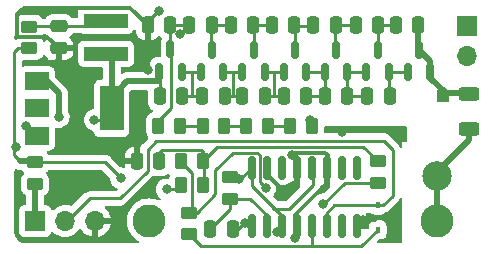
<source format=gtl>
G04 #@! TF.GenerationSoftware,KiCad,Pcbnew,5.99.0-unknown-5a0a2a8366~101~ubuntu20.04.1*
G04 #@! TF.CreationDate,2021-02-21T23:03:28+09:00*
G04 #@! TF.ProjectId,OpenHVPS-5,4f70656e-4856-4505-932d-352e6b696361,V1.1*
G04 #@! TF.SameCoordinates,Original*
G04 #@! TF.FileFunction,Copper,L1,Top*
G04 #@! TF.FilePolarity,Positive*
%FSLAX46Y46*%
G04 Gerber Fmt 4.6, Leading zero omitted, Abs format (unit mm)*
G04 Created by KiCad (PCBNEW 5.99.0-unknown-5a0a2a8366~101~ubuntu20.04.1) date 2021-02-21 23:03:28*
%MOMM*%
%LPD*%
G01*
G04 APERTURE LIST*
G04 Aperture macros list*
%AMRoundRect*
0 Rectangle with rounded corners*
0 $1 Rounding radius*
0 $2 $3 $4 $5 $6 $7 $8 $9 X,Y pos of 4 corners*
0 Add a 4 corners polygon primitive as box body*
4,1,4,$2,$3,$4,$5,$6,$7,$8,$9,$2,$3,0*
0 Add four circle primitives for the rounded corners*
1,1,$1+$1,$2,$3*
1,1,$1+$1,$4,$5*
1,1,$1+$1,$6,$7*
1,1,$1+$1,$8,$9*
0 Add four rect primitives between the rounded corners*
20,1,$1+$1,$2,$3,$4,$5,0*
20,1,$1+$1,$4,$5,$6,$7,0*
20,1,$1+$1,$6,$7,$8,$9,0*
20,1,$1+$1,$8,$9,$2,$3,0*%
G04 Aperture macros list end*
G04 #@! TA.AperFunction,SMDPad,CuDef*
%ADD10RoundRect,0.250000X0.450000X-0.262500X0.450000X0.262500X-0.450000X0.262500X-0.450000X-0.262500X0*%
G04 #@! TD*
G04 #@! TA.AperFunction,ComponentPad*
%ADD11R,1.700000X1.700000*%
G04 #@! TD*
G04 #@! TA.AperFunction,ComponentPad*
%ADD12O,1.700000X1.700000*%
G04 #@! TD*
G04 #@! TA.AperFunction,SMDPad,CuDef*
%ADD13RoundRect,0.250000X-0.250000X-0.475000X0.250000X-0.475000X0.250000X0.475000X-0.250000X0.475000X0*%
G04 #@! TD*
G04 #@! TA.AperFunction,ComponentPad*
%ADD14C,2.500000*%
G04 #@! TD*
G04 #@! TA.AperFunction,ComponentPad*
%ADD15C,2.800000*%
G04 #@! TD*
G04 #@! TA.AperFunction,SMDPad,CuDef*
%ADD16RoundRect,0.150000X0.150000X-0.587500X0.150000X0.587500X-0.150000X0.587500X-0.150000X-0.587500X0*%
G04 #@! TD*
G04 #@! TA.AperFunction,SMDPad,CuDef*
%ADD17RoundRect,0.250000X-0.450000X0.262500X-0.450000X-0.262500X0.450000X-0.262500X0.450000X0.262500X0*%
G04 #@! TD*
G04 #@! TA.AperFunction,SMDPad,CuDef*
%ADD18RoundRect,0.250000X0.262500X0.450000X-0.262500X0.450000X-0.262500X-0.450000X0.262500X-0.450000X0*%
G04 #@! TD*
G04 #@! TA.AperFunction,SMDPad,CuDef*
%ADD19RoundRect,0.250000X-0.475000X0.250000X-0.475000X-0.250000X0.475000X-0.250000X0.475000X0.250000X0*%
G04 #@! TD*
G04 #@! TA.AperFunction,SMDPad,CuDef*
%ADD20RoundRect,0.250000X-0.625000X0.312500X-0.625000X-0.312500X0.625000X-0.312500X0.625000X0.312500X0*%
G04 #@! TD*
G04 #@! TA.AperFunction,SMDPad,CuDef*
%ADD21R,3.700000X1.200000*%
G04 #@! TD*
G04 #@! TA.AperFunction,SMDPad,CuDef*
%ADD22RoundRect,0.250000X-0.262500X-0.450000X0.262500X-0.450000X0.262500X0.450000X-0.262500X0.450000X0*%
G04 #@! TD*
G04 #@! TA.AperFunction,SMDPad,CuDef*
%ADD23RoundRect,0.150000X0.150000X-0.825000X0.150000X0.825000X-0.150000X0.825000X-0.150000X-0.825000X0*%
G04 #@! TD*
G04 #@! TA.AperFunction,SMDPad,CuDef*
%ADD24R,2.000000X1.500000*%
G04 #@! TD*
G04 #@! TA.AperFunction,SMDPad,CuDef*
%ADD25R,2.000000X3.800000*%
G04 #@! TD*
G04 #@! TA.AperFunction,SMDPad,CuDef*
%ADD26R,0.450000X0.600000*%
G04 #@! TD*
G04 #@! TA.AperFunction,SMDPad,CuDef*
%ADD27R,1.000000X1.000000*%
G04 #@! TD*
G04 #@! TA.AperFunction,SMDPad,CuDef*
%ADD28RoundRect,0.250000X0.250000X0.475000X-0.250000X0.475000X-0.250000X-0.475000X0.250000X-0.475000X0*%
G04 #@! TD*
G04 #@! TA.AperFunction,ViaPad*
%ADD29C,0.800000*%
G04 #@! TD*
G04 #@! TA.AperFunction,Conductor*
%ADD30C,0.250000*%
G04 #@! TD*
G04 #@! TA.AperFunction,Conductor*
%ADD31C,0.330200*%
G04 #@! TD*
G04 #@! TA.AperFunction,Conductor*
%ADD32C,0.500000*%
G04 #@! TD*
G04 APERTURE END LIST*
D10*
X128500000Y-72413500D03*
X128500000Y-70588500D03*
D11*
X165100000Y-59055000D03*
D12*
X165100000Y-61595000D03*
D13*
X145050000Y-59000000D03*
X146950000Y-59000000D03*
D14*
X162560000Y-71755000D03*
D15*
X162560000Y-75565000D03*
D16*
X156550000Y-62937500D03*
X158450000Y-62937500D03*
X157500000Y-61062500D03*
X142550000Y-62937500D03*
X144450000Y-62937500D03*
X143500000Y-61062500D03*
D17*
X157520000Y-70520000D03*
X157520000Y-72345000D03*
D13*
X152050000Y-59000000D03*
X153950000Y-59000000D03*
D16*
X139004000Y-62913500D03*
X140904000Y-62913500D03*
X139954000Y-61038500D03*
D18*
X148182500Y-67520000D03*
X146357500Y-67520000D03*
D13*
X148550000Y-59000000D03*
X150450000Y-59000000D03*
D18*
X151932500Y-67520000D03*
X150107500Y-67520000D03*
D17*
X145020000Y-71857500D03*
X145020000Y-73682500D03*
D16*
X149550000Y-62937500D03*
X151450000Y-62937500D03*
X150500000Y-61062500D03*
D15*
X138176000Y-75565000D03*
D16*
X153050000Y-62937500D03*
X154950000Y-62937500D03*
X154000000Y-61062500D03*
D19*
X130500000Y-59050000D03*
X130500000Y-60950000D03*
D13*
X153050000Y-65000000D03*
X154950000Y-65000000D03*
D11*
X128500000Y-75565000D03*
D12*
X131040000Y-75565000D03*
X133580000Y-75565000D03*
D20*
X165250000Y-64857500D03*
X165250000Y-67782500D03*
D13*
X138050000Y-59000000D03*
X139950000Y-59000000D03*
D18*
X142682500Y-72520000D03*
X140857500Y-72520000D03*
D13*
X139050000Y-65000000D03*
X140950000Y-65000000D03*
X149550000Y-65000000D03*
X151450000Y-65000000D03*
X146050000Y-65000000D03*
X147950000Y-65000000D03*
D21*
X134500000Y-58600000D03*
X134500000Y-61400000D03*
D10*
X141520000Y-76682500D03*
X141520000Y-74857500D03*
D22*
X138945500Y-67520000D03*
X140770500Y-67520000D03*
D13*
X156638000Y-65000000D03*
X158538000Y-65000000D03*
D10*
X128020000Y-60932500D03*
X128020000Y-59107500D03*
D18*
X144520500Y-67520000D03*
X142695500Y-67520000D03*
D13*
X155638000Y-59000000D03*
X157538000Y-59000000D03*
D18*
X142682500Y-70520000D03*
X140857500Y-70520000D03*
D13*
X142638000Y-65000000D03*
X144538000Y-65000000D03*
D23*
X146825000Y-75995000D03*
X148095000Y-75995000D03*
X149365000Y-75995000D03*
X150635000Y-75995000D03*
X151905000Y-75995000D03*
X153175000Y-75995000D03*
X154445000Y-75995000D03*
X155715000Y-75995000D03*
X155715000Y-71045000D03*
X154445000Y-71045000D03*
X153175000Y-71045000D03*
X151905000Y-71045000D03*
X150635000Y-71045000D03*
X149365000Y-71045000D03*
X148095000Y-71045000D03*
X146825000Y-71045000D03*
D24*
X128676000Y-63740000D03*
X128676000Y-68340000D03*
D25*
X134976000Y-66040000D03*
D24*
X128676000Y-66040000D03*
D16*
X160050000Y-62937500D03*
X161950000Y-62937500D03*
X161000000Y-61062500D03*
D26*
X157520000Y-76320000D03*
X157520000Y-74220000D03*
D27*
X163020000Y-65020000D03*
D28*
X139020000Y-70520000D03*
X137120000Y-70520000D03*
D13*
X159050000Y-59000000D03*
X160950000Y-59000000D03*
X141550000Y-59000000D03*
X143450000Y-59000000D03*
D16*
X146050000Y-62937500D03*
X147950000Y-62937500D03*
X147000000Y-61062500D03*
D13*
X143320000Y-76270000D03*
X145220000Y-76270000D03*
D29*
X154500000Y-68000000D03*
X146270000Y-75770000D03*
X150270000Y-70020000D03*
X150520000Y-77020000D03*
X132770000Y-72770000D03*
X138020000Y-62770000D03*
X156270000Y-75520000D03*
X150368200Y-72621800D03*
X135770000Y-70520000D03*
X130270000Y-62270000D03*
X139020000Y-57770000D03*
X133520000Y-67020000D03*
X140750000Y-59750000D03*
X139634500Y-72883000D03*
X135764700Y-71941100D03*
X126920900Y-69342400D03*
X148020000Y-72770000D03*
X130520000Y-66770000D03*
X151770000Y-67020000D03*
X149020000Y-76520000D03*
X145770000Y-72020000D03*
X152919800Y-74131600D03*
X127770000Y-67520000D03*
D30*
X143320000Y-76270000D02*
X145020000Y-74570000D01*
X148095000Y-75095000D02*
X146682500Y-73682500D01*
X148095000Y-76695000D02*
X148095000Y-75995000D01*
X145020000Y-74570000D02*
X145020000Y-73682500D01*
X148095000Y-75995000D02*
X148095000Y-75095000D01*
X146682500Y-73682500D02*
X145020000Y-73682500D01*
D31*
X138050000Y-59000000D02*
X136550000Y-57500000D01*
X153020000Y-69770000D02*
X153270000Y-70020000D01*
X150520000Y-75020000D02*
X150520000Y-75880000D01*
X153175000Y-71045000D02*
X153175000Y-72365000D01*
D32*
X130500000Y-62040000D02*
X130270000Y-62270000D01*
D31*
X153175000Y-72365000D02*
X150520000Y-75020000D01*
X149970000Y-73020000D02*
X150368200Y-72621800D01*
X127000000Y-58040000D02*
X127000000Y-60000000D01*
X153270000Y-70950000D02*
X153175000Y-71045000D01*
X127000000Y-60000000D02*
X129550000Y-60000000D01*
X148095000Y-71045000D02*
X148095000Y-71595000D01*
D32*
X130500000Y-60950000D02*
X130500000Y-62040000D01*
D31*
X155795000Y-75995000D02*
X155715000Y-75995000D01*
X146825000Y-76467000D02*
X146825000Y-75995000D01*
X146495000Y-75995000D02*
X146825000Y-75995000D01*
X156270000Y-75520000D02*
X155795000Y-75995000D01*
X153270000Y-70020000D02*
X153270000Y-70950000D01*
X135770000Y-70520000D02*
X137120000Y-70520000D01*
X138020000Y-59030000D02*
X138050000Y-59000000D01*
X150635000Y-70135000D02*
X150635000Y-71045000D01*
X145770000Y-76270000D02*
X146270000Y-75770000D01*
X146270000Y-75770000D02*
X146495000Y-75995000D01*
X150520000Y-75880000D02*
X150635000Y-75995000D01*
X150270000Y-69770000D02*
X153020000Y-69770000D01*
X148095000Y-71595000D02*
X149520000Y-73020000D01*
X157270000Y-75520000D02*
X156270000Y-75520000D01*
X150270000Y-69770000D02*
X150635000Y-70135000D01*
X138050000Y-58740000D02*
X139020000Y-57770000D01*
X127540000Y-57500000D02*
X127000000Y-58040000D01*
X136550000Y-57500000D02*
X127540000Y-57500000D01*
X138020000Y-62770000D02*
X138020000Y-59030000D01*
X138050000Y-59000000D02*
X138050000Y-58740000D01*
X145220000Y-76270000D02*
X145770000Y-76270000D01*
X149520000Y-73020000D02*
X149970000Y-73020000D01*
X129550000Y-60000000D02*
X130500000Y-60950000D01*
D30*
X130462000Y-59087500D02*
X130500000Y-59050000D01*
X130500000Y-59050000D02*
X134050000Y-59050000D01*
X128000000Y-59087500D02*
X130462000Y-59087500D01*
X134050000Y-59050000D02*
X134500000Y-58600000D01*
D32*
X134976000Y-64064000D02*
X134976000Y-61876000D01*
D30*
X134568000Y-61468000D02*
X134500000Y-61400000D01*
X139050000Y-64030000D02*
X139050000Y-65000000D01*
X139088000Y-63656000D02*
X139088000Y-63992000D01*
D32*
X134976000Y-66040000D02*
X134976000Y-64064000D01*
D30*
X134500000Y-61400000D02*
X134609000Y-61400000D01*
X138873000Y-63726000D02*
X138943000Y-63656000D01*
D32*
X136314000Y-63726000D02*
X134976000Y-65064000D01*
D30*
X133996000Y-67020000D02*
X134976000Y-66040000D01*
X133400000Y-61400000D02*
X134500000Y-61400000D01*
X134976000Y-64064000D02*
X134976000Y-66040000D01*
D32*
X138873000Y-63726000D02*
X136314000Y-63726000D01*
D30*
X139088000Y-63992000D02*
X139050000Y-64030000D01*
X133520000Y-67020000D02*
X133996000Y-67020000D01*
X139004000Y-63595400D02*
X139004000Y-62913500D01*
X138943000Y-63656000D02*
X139088000Y-63656000D01*
X139088000Y-63992000D02*
X139088000Y-64328000D01*
X138943000Y-63656000D02*
X139004000Y-63595400D01*
X134568000Y-61468000D02*
X134500000Y-61400000D01*
X134976000Y-61876000D02*
X134568000Y-61468000D01*
D32*
X134976000Y-65064000D02*
X134976000Y-66040000D01*
D30*
X141569000Y-59000000D02*
X141588000Y-59000000D01*
X141540000Y-59000000D02*
X141550000Y-59000000D01*
X140770000Y-59770000D02*
X141540000Y-59000000D01*
X141550000Y-59000000D02*
X141569000Y-59000000D01*
X140020000Y-61104500D02*
X139954000Y-61038500D01*
X138945000Y-67307500D02*
X138945000Y-67095000D01*
X138945000Y-67307500D02*
X138945500Y-67308000D01*
X138945000Y-67520000D02*
X138945000Y-67307500D01*
X139912000Y-59000000D02*
X139950000Y-59000000D01*
X138945000Y-67095000D02*
X140020000Y-66020000D01*
X138945500Y-67308000D02*
X138945500Y-67520000D01*
X139950000Y-59000000D02*
X141550000Y-59000000D01*
X139954000Y-60579600D02*
X139912000Y-60537600D01*
X141588000Y-59000000D02*
X141863000Y-59000000D01*
X140020000Y-66020000D02*
X140020000Y-61104500D01*
X141750000Y-59200000D02*
X141550000Y-59000000D01*
X139912000Y-60537600D02*
X139912000Y-59000000D01*
X139954000Y-61038500D02*
X139954000Y-60579600D01*
X141756000Y-65000000D02*
X141810000Y-64945500D01*
X141810000Y-62913500D02*
X142526000Y-62913500D01*
X142676000Y-65000000D02*
X142638000Y-65000000D01*
X141810000Y-64945500D02*
X141810000Y-62913500D01*
X142628000Y-62859000D02*
X142550000Y-62937500D01*
X142638000Y-65000000D02*
X141756000Y-65000000D01*
X140950000Y-65000000D02*
X140912000Y-65000000D01*
X141756000Y-65000000D02*
X140950000Y-65000000D01*
X140904000Y-62913500D02*
X141810000Y-62913500D01*
X142526000Y-62913500D02*
X142550000Y-62937500D01*
X145294000Y-65000000D02*
X146050000Y-65000000D01*
X146050000Y-65000000D02*
X146088000Y-65000000D01*
X144500000Y-65000000D02*
X144538000Y-65000000D01*
X146050000Y-62937500D02*
X145294000Y-62937500D01*
X144538000Y-65000000D02*
X145294000Y-65000000D01*
X145294000Y-65000000D02*
X145294000Y-62937500D01*
X145294000Y-62937500D02*
X144450000Y-62937500D01*
X155638000Y-59000000D02*
X155676000Y-59000000D01*
X154000000Y-61062500D02*
X153912000Y-60975000D01*
X153912000Y-60975000D02*
X153912000Y-59000000D01*
X153912000Y-59000000D02*
X153950000Y-59000000D01*
X153950000Y-59000000D02*
X155638000Y-59000000D01*
X148750000Y-65000000D02*
X149550000Y-65000000D01*
X147950000Y-62937500D02*
X148750000Y-62937500D01*
X148750000Y-62937500D02*
X149550000Y-62937500D01*
X147950000Y-65000000D02*
X148750000Y-65000000D01*
X147912000Y-65000000D02*
X147950000Y-65000000D01*
X149550000Y-65000000D02*
X149588000Y-65000000D01*
X148750000Y-65000000D02*
X148750000Y-62937500D01*
X150450000Y-59000000D02*
X150500000Y-59050000D01*
X152000000Y-59087500D02*
X152068900Y-59019100D01*
X152068900Y-59019100D02*
X152088000Y-59000200D01*
X152050000Y-59000000D02*
X152068900Y-59018900D01*
X150500000Y-61062500D02*
X150500000Y-59087500D01*
X150500000Y-59087500D02*
X152000000Y-59087500D01*
X152068900Y-59018900D02*
X152068900Y-59019100D01*
X150500000Y-59050000D02*
X150500000Y-59087500D01*
X157538000Y-59000000D02*
X157500000Y-59000000D01*
X157500000Y-59000000D02*
X157500000Y-61062500D01*
X159088000Y-59000000D02*
X159050000Y-59000000D01*
X159050000Y-59000000D02*
X157538000Y-59000000D01*
X160050000Y-62937500D02*
X158450000Y-62937500D01*
X158538000Y-65000000D02*
X158500000Y-65000000D01*
X158450000Y-64949500D02*
X158450000Y-62937500D01*
X158500000Y-65000000D02*
X158450000Y-64949500D01*
X161000000Y-59956200D02*
X161000000Y-59087500D01*
X164858000Y-65250000D02*
X165250000Y-64857500D01*
D32*
X161950000Y-63450000D02*
X161950000Y-62937500D01*
D30*
X165142000Y-64750000D02*
X165250000Y-64857500D01*
D32*
X161614000Y-61676200D02*
X161000000Y-61062500D01*
D30*
X161000000Y-59087500D02*
X160912000Y-59000200D01*
D32*
X161950000Y-62012500D02*
X161614000Y-61676200D01*
X161950000Y-62937500D02*
X161950000Y-62012500D01*
X161614000Y-61676200D02*
X160950000Y-61012500D01*
D30*
X162000000Y-62887500D02*
X161950000Y-62937500D01*
X160950000Y-60006200D02*
X161000000Y-59956200D01*
D32*
X160950000Y-61012500D02*
X160950000Y-60006200D01*
X160950000Y-60006200D02*
X160950000Y-59000000D01*
D30*
X160950000Y-61012500D02*
X161000000Y-61062500D01*
D32*
X165142000Y-64750000D02*
X163250000Y-64750000D01*
X163250000Y-64750000D02*
X161950000Y-63450000D01*
D30*
X143450000Y-59000000D02*
X145050000Y-59000000D01*
X143412000Y-60975000D02*
X143412000Y-59000000D01*
X145050000Y-59000000D02*
X145088000Y-59000000D01*
X143500000Y-61062500D02*
X143412000Y-60975000D01*
X143412000Y-59000000D02*
X143450000Y-59000000D01*
X151450000Y-65000000D02*
X153050000Y-65000000D01*
X153050000Y-65000000D02*
X153088000Y-65000000D01*
X153050000Y-65000000D02*
X153050000Y-62937500D01*
X153050000Y-62937500D02*
X151450000Y-62937500D01*
X151412000Y-65000000D02*
X151450000Y-65000000D01*
X126756000Y-69342400D02*
X126756000Y-61244000D01*
X126756000Y-61244000D02*
X127088000Y-60912500D01*
X134412100Y-70588500D02*
X128500000Y-70588500D01*
X128000000Y-60912500D02*
X127391000Y-60912500D01*
D32*
X127250000Y-70500000D02*
X128412000Y-70500000D01*
D30*
X128499000Y-70587500D02*
X128500000Y-70588500D01*
X127088000Y-60912500D02*
X127391000Y-60912500D01*
X127250000Y-70500000D02*
X126756000Y-70006000D01*
X126756000Y-70006000D02*
X126756000Y-69342400D01*
X128151000Y-70587500D02*
X128499000Y-70587500D01*
X128500000Y-70587500D02*
X128412000Y-70500000D01*
X126920900Y-69342400D02*
X126756000Y-69342400D01*
X135764700Y-71941100D02*
X134412100Y-70588500D01*
X140582500Y-72883000D02*
X140945500Y-72520000D01*
X128499000Y-70587500D02*
X128500000Y-70587500D01*
X127391000Y-60912500D02*
X128000000Y-60912500D01*
X139634500Y-72883000D02*
X140582500Y-72883000D01*
X143770000Y-71270000D02*
X145270000Y-69770000D01*
X141770000Y-71520000D02*
X141770000Y-74607500D01*
X142182500Y-74857500D02*
X143770000Y-73270000D01*
X147270000Y-69770000D02*
X147520000Y-70020000D01*
X141770000Y-74607500D02*
X141520000Y-74857500D01*
X140857500Y-70520000D02*
X140857500Y-70607500D01*
X147520000Y-70020000D02*
X147520000Y-72270000D01*
X143770000Y-73270000D02*
X143770000Y-71270000D01*
X147520000Y-72270000D02*
X148020000Y-72770000D01*
X140857500Y-70607500D02*
X141770000Y-71520000D01*
X145270000Y-69770000D02*
X147270000Y-69770000D01*
X147000000Y-61062500D02*
X147000000Y-59087500D01*
X147088000Y-59000000D02*
X147000000Y-59087500D01*
X147000000Y-59087500D02*
X146931100Y-59019100D01*
X146931100Y-59019100D02*
X146912000Y-59000200D01*
X148588000Y-59000000D02*
X148550000Y-59000000D01*
X146950000Y-59000000D02*
X146931100Y-59018900D01*
X148550000Y-59000000D02*
X147088000Y-59000000D01*
X146931100Y-59018900D02*
X146931100Y-59019100D01*
X128777000Y-63740000D02*
X128676000Y-63740000D01*
X129490000Y-63740000D02*
X128777000Y-63740000D01*
D32*
X130520000Y-64770000D02*
X129490000Y-63740000D01*
X130520000Y-66770000D02*
X130520000Y-64770000D01*
D30*
X128777000Y-63740000D02*
X128676000Y-63740000D01*
X151905000Y-77155000D02*
X151905000Y-75995000D01*
X151974000Y-77724000D02*
X142561500Y-77724000D01*
X156116000Y-77724000D02*
X155974000Y-77724000D01*
X142561500Y-77724000D02*
X141520000Y-76682500D01*
X151905000Y-77655000D02*
X151974000Y-77724000D01*
X155974000Y-77724000D02*
X151974000Y-77724000D01*
X151905000Y-75995000D02*
X151905000Y-77655000D01*
X157520000Y-76320000D02*
X156116000Y-77724000D01*
D32*
X162560000Y-71755000D02*
X162560000Y-75565000D01*
X165250000Y-68742500D02*
X162560000Y-71432500D01*
X165250000Y-67782500D02*
X165250000Y-68742500D01*
D30*
X162560000Y-71432500D02*
X162560000Y-71755000D01*
X156676000Y-65000000D02*
X156638000Y-65000000D01*
X154950000Y-62937500D02*
X156550000Y-62937500D01*
X156638000Y-65000000D02*
X154950000Y-65000000D01*
X154950000Y-65000000D02*
X154912000Y-65000000D01*
X154950000Y-65000000D02*
X154950000Y-62937500D01*
X144520000Y-67520000D02*
X144520500Y-67520000D01*
X144520500Y-67520000D02*
X146357500Y-67520000D01*
X146357500Y-67520000D02*
X146358000Y-67520000D01*
X143932000Y-69270000D02*
X142682000Y-70520000D01*
X139020000Y-70520000D02*
X139020000Y-69770000D01*
X157520000Y-70520000D02*
X156270000Y-69270000D01*
X142682000Y-70520000D02*
X142682300Y-70520200D01*
X142770000Y-70432500D02*
X142682500Y-70520000D01*
X142770000Y-70607500D02*
X142770000Y-71476000D01*
X142770000Y-71563700D02*
X142770000Y-72520000D01*
X142520000Y-69520000D02*
X142770000Y-69770000D01*
X156270000Y-69270000D02*
X143932000Y-69270000D01*
X139020000Y-69770000D02*
X139270000Y-69520000D01*
X142682300Y-70520200D02*
X142770000Y-70607500D01*
X142682500Y-70520000D02*
X142682300Y-70520200D01*
X142770000Y-69770000D02*
X142770000Y-70432500D01*
X139270000Y-69520000D02*
X142520000Y-69520000D01*
X151932500Y-67182500D02*
X151932500Y-67520000D01*
X151770000Y-67020000D02*
X151932500Y-67182500D01*
X158020000Y-68770000D02*
X138780300Y-68770000D01*
X157997300Y-74220000D02*
X158770000Y-73447300D01*
X153820000Y-74220000D02*
X153175000Y-74865000D01*
X138020000Y-69530300D02*
X138020000Y-71308350D01*
X131225000Y-75565000D02*
X131040000Y-75565000D01*
X135674550Y-73653800D02*
X133136200Y-73653800D01*
X133136200Y-73653800D02*
X131225000Y-75565000D01*
X138020000Y-71308350D02*
X135674550Y-73653800D01*
X138780300Y-68770000D02*
X138020000Y-69530300D01*
X157520000Y-74220000D02*
X157997300Y-74220000D01*
X157520000Y-74220000D02*
X153820000Y-74220000D01*
X158770000Y-73447300D02*
X158770000Y-69520000D01*
X153175000Y-74865000D02*
X153175000Y-75995000D01*
X158770000Y-69520000D02*
X158020000Y-68770000D01*
D32*
X128500000Y-72412500D02*
X128500000Y-72413500D01*
X128500000Y-72413500D02*
X128500000Y-75250000D01*
D30*
X128500000Y-75250000D02*
X128500000Y-75565000D01*
X142695000Y-67520000D02*
X142695500Y-67520000D01*
X140770000Y-67520000D02*
X140770500Y-67520000D01*
X140770500Y-67520000D02*
X142695000Y-67520000D01*
X147645000Y-73395000D02*
X149365000Y-75115000D01*
X145020000Y-71857500D02*
X146012500Y-71857500D01*
X152020000Y-72520000D02*
X152020000Y-71160000D01*
X149270000Y-75900000D02*
X149365000Y-75995000D01*
X147645000Y-73395000D02*
X148770000Y-74520000D01*
X145020000Y-71857500D02*
X145607500Y-71857500D01*
X150020000Y-74520000D02*
X152020000Y-72520000D01*
X146012500Y-71857500D02*
X146825000Y-71045000D01*
X146825000Y-71045000D02*
X146825000Y-72575000D01*
X152020000Y-71160000D02*
X151905000Y-71045000D01*
X145607500Y-71857500D02*
X145770000Y-72020000D01*
X146825000Y-72575000D02*
X147645000Y-73395000D01*
X149020000Y-76520000D02*
X149365000Y-76175000D01*
X149365000Y-75115000D02*
X149365000Y-75995000D01*
X149365000Y-76175000D02*
X149365000Y-75995000D01*
X148770000Y-74520000D02*
X150020000Y-74520000D01*
X154706400Y-72345000D02*
X157520000Y-72345000D01*
X152919800Y-74131600D02*
X154706400Y-72345000D01*
X150107500Y-67520000D02*
X150108000Y-67520000D01*
X148182000Y-67520000D02*
X148182500Y-67520000D01*
X148182500Y-67520000D02*
X150107500Y-67520000D01*
X129046000Y-68340000D02*
X129090000Y-68340000D01*
X129046000Y-68340000D02*
X129090000Y-68340000D01*
D32*
X128856000Y-68520000D02*
X128676000Y-68340000D01*
D30*
X129090000Y-68340000D02*
X129427000Y-68340000D01*
X128676000Y-68340000D02*
X129046000Y-68340000D01*
X128676000Y-68340000D02*
X129046000Y-68340000D01*
X128676000Y-68340000D02*
X129046000Y-68340000D01*
G04 #@! TA.AperFunction,Conductor*
G36*
X126929300Y-71187753D02*
G01*
X126983865Y-71215615D01*
X126990970Y-71217354D01*
X126990974Y-71217355D01*
X127066584Y-71235856D01*
X127155630Y-71257645D01*
X127161232Y-71257993D01*
X127161235Y-71257993D01*
X127167472Y-71258380D01*
X127167482Y-71258380D01*
X127169411Y-71258500D01*
X127342289Y-71258500D01*
X127410410Y-71278502D01*
X127447660Y-71315414D01*
X127464269Y-71340747D01*
X127469581Y-71345779D01*
X127535480Y-71408206D01*
X127571178Y-71469576D01*
X127568030Y-71540502D01*
X127540300Y-71586332D01*
X127438642Y-71693645D01*
X127349825Y-71846555D01*
X127298567Y-72015796D01*
X127297992Y-72022236D01*
X127297992Y-72022237D01*
X127292016Y-72089201D01*
X127291500Y-72094978D01*
X127291500Y-72718886D01*
X127306978Y-72851643D01*
X127309474Y-72858521D01*
X127309475Y-72858523D01*
X127346924Y-72961694D01*
X127367313Y-73017864D01*
X127412522Y-73086819D01*
X127453719Y-73149655D01*
X127464269Y-73165747D01*
X127592645Y-73287358D01*
X127627623Y-73307675D01*
X127678786Y-73337393D01*
X127727644Y-73388904D01*
X127741500Y-73446347D01*
X127741500Y-74077646D01*
X127721498Y-74145767D01*
X127667842Y-74192260D01*
X127624489Y-74203325D01*
X127576921Y-74206727D01*
X127524780Y-74222037D01*
X127445330Y-74245365D01*
X127445328Y-74245366D01*
X127436684Y-74247904D01*
X127416350Y-74260972D01*
X127321309Y-74322051D01*
X127321306Y-74322053D01*
X127313729Y-74326923D01*
X127307828Y-74333733D01*
X127223918Y-74430569D01*
X127223916Y-74430572D01*
X127218016Y-74437381D01*
X127214272Y-74445579D01*
X127172894Y-74536185D01*
X127157300Y-74570330D01*
X127156018Y-74579245D01*
X127156018Y-74579246D01*
X127137139Y-74710552D01*
X127137138Y-74710559D01*
X127136500Y-74715000D01*
X127136500Y-76415000D01*
X127141727Y-76488079D01*
X127145191Y-76499875D01*
X127179338Y-76616170D01*
X127182904Y-76628316D01*
X127187775Y-76635895D01*
X127257051Y-76743691D01*
X127257053Y-76743694D01*
X127261923Y-76751271D01*
X127268733Y-76757172D01*
X127365569Y-76841082D01*
X127365572Y-76841084D01*
X127372381Y-76846984D01*
X127380579Y-76850728D01*
X127492998Y-76902068D01*
X127505330Y-76907700D01*
X127514245Y-76908982D01*
X127514246Y-76908982D01*
X127645552Y-76927861D01*
X127645559Y-76927862D01*
X127650000Y-76928500D01*
X129350000Y-76928500D01*
X129423079Y-76923273D01*
X129515636Y-76896096D01*
X129554670Y-76884635D01*
X129554672Y-76884634D01*
X129563316Y-76882096D01*
X129630446Y-76838954D01*
X129678691Y-76807949D01*
X129678694Y-76807947D01*
X129686271Y-76803077D01*
X129712451Y-76772864D01*
X129776082Y-76699431D01*
X129776084Y-76699428D01*
X129781984Y-76692619D01*
X129842700Y-76559670D01*
X129843320Y-76555360D01*
X129880432Y-76497610D01*
X129945012Y-76468117D01*
X130015286Y-76478220D01*
X130047335Y-76499270D01*
X130215629Y-76651069D01*
X130410406Y-76774439D01*
X130623184Y-76863228D01*
X130628387Y-76864425D01*
X130628392Y-76864426D01*
X130842678Y-76913701D01*
X130842683Y-76913702D01*
X130847881Y-76914897D01*
X130853209Y-76915200D01*
X130853212Y-76915200D01*
X131003877Y-76923755D01*
X131078071Y-76927968D01*
X131083378Y-76927368D01*
X131083380Y-76927368D01*
X131204272Y-76913701D01*
X131307173Y-76902068D01*
X131312288Y-76900587D01*
X131312292Y-76900586D01*
X131437161Y-76864426D01*
X131528635Y-76837937D01*
X131736125Y-76737409D01*
X131740463Y-76734309D01*
X131740468Y-76734306D01*
X131894197Y-76624448D01*
X131923711Y-76603357D01*
X132086030Y-76439617D01*
X132198981Y-76278605D01*
X132207953Y-76265816D01*
X132263449Y-76221536D01*
X132334075Y-76214289D01*
X132397407Y-76246375D01*
X132421781Y-76277958D01*
X132439550Y-76310617D01*
X132445402Y-76319491D01*
X132581486Y-76492113D01*
X132588750Y-76499875D01*
X132751967Y-76647094D01*
X132760444Y-76653528D01*
X132946122Y-76771136D01*
X132955567Y-76776053D01*
X133158406Y-76860694D01*
X133168545Y-76863950D01*
X133308345Y-76896096D01*
X133322422Y-76895257D01*
X133326000Y-76885999D01*
X133326000Y-75832548D01*
X133834000Y-75832548D01*
X133834000Y-76884941D01*
X133838151Y-76899079D01*
X133848798Y-76900774D01*
X133852192Y-76900096D01*
X134063333Y-76838954D01*
X134073259Y-76835143D01*
X134271065Y-76739307D01*
X134280212Y-76733876D01*
X134459041Y-76606083D01*
X134467149Y-76599182D01*
X134621893Y-76443082D01*
X134628706Y-76434933D01*
X134754940Y-76254988D01*
X134760295Y-76245787D01*
X134854399Y-76047156D01*
X134858123Y-76037197D01*
X134915968Y-75830718D01*
X134914430Y-75822351D01*
X134902137Y-75819000D01*
X133852115Y-75819000D01*
X133836876Y-75823475D01*
X133835671Y-75824865D01*
X133834000Y-75832548D01*
X133326000Y-75832548D01*
X133326000Y-75437000D01*
X133346002Y-75368879D01*
X133399658Y-75322386D01*
X133452000Y-75311000D01*
X134899079Y-75311000D01*
X134912610Y-75307027D01*
X134913876Y-75298218D01*
X134866954Y-75117433D01*
X134863419Y-75107395D01*
X134773147Y-74906998D01*
X134767967Y-74897692D01*
X134645218Y-74715366D01*
X134638557Y-74707080D01*
X134486830Y-74548030D01*
X134478873Y-74540990D01*
X134443120Y-74514389D01*
X134400407Y-74457679D01*
X134395134Y-74386878D01*
X134428977Y-74324466D01*
X134491189Y-74290259D01*
X134518333Y-74287300D01*
X135596166Y-74287300D01*
X135607070Y-74287814D01*
X135614461Y-74289466D01*
X135622387Y-74289217D01*
X135622388Y-74289217D01*
X135681416Y-74287362D01*
X135685373Y-74287300D01*
X135714128Y-74287300D01*
X135718395Y-74286761D01*
X135730237Y-74285828D01*
X135761885Y-74284833D01*
X135766510Y-74284688D01*
X135774433Y-74284439D01*
X135793884Y-74278788D01*
X135813245Y-74274778D01*
X135815970Y-74274434D01*
X135825480Y-74273233D01*
X135825483Y-74273232D01*
X135833338Y-74272240D01*
X135840703Y-74269324D01*
X135840707Y-74269323D01*
X135874451Y-74255963D01*
X135885680Y-74252118D01*
X135928128Y-74239786D01*
X135940269Y-74232606D01*
X135945561Y-74229477D01*
X135963312Y-74220781D01*
X135974776Y-74216242D01*
X135974779Y-74216240D01*
X135982150Y-74213322D01*
X136017918Y-74187335D01*
X136027841Y-74180816D01*
X136038709Y-74174389D01*
X136065891Y-74158314D01*
X136066309Y-74157945D01*
X136080392Y-74143862D01*
X136095417Y-74131028D01*
X136111633Y-74119246D01*
X136139580Y-74085464D01*
X136147569Y-74076685D01*
X138412513Y-71811741D01*
X138420601Y-71804381D01*
X138426995Y-71800323D01*
X138458878Y-71766371D01*
X138520091Y-71730406D01*
X138587251Y-71732034D01*
X138628603Y-71744558D01*
X138628609Y-71744559D01*
X138634796Y-71746433D01*
X138641232Y-71747007D01*
X138641235Y-71747008D01*
X138711185Y-71753251D01*
X138711191Y-71753251D01*
X138713978Y-71753500D01*
X139312886Y-71753500D01*
X139316520Y-71753076D01*
X139316525Y-71753076D01*
X139368569Y-71747008D01*
X139437930Y-71738921D01*
X139442121Y-71739638D01*
X139446068Y-71737868D01*
X139604985Y-71680184D01*
X139611864Y-71677687D01*
X139709488Y-71613682D01*
X139777424Y-71593059D01*
X139845724Y-71612439D01*
X139892704Y-71665668D01*
X139903449Y-71735847D01*
X139895482Y-71764424D01*
X139894825Y-71765555D01*
X139858390Y-71885853D01*
X139819504Y-71945247D01*
X139754675Y-71974191D01*
X139730215Y-71974552D01*
X139729987Y-71974504D01*
X139539013Y-71974504D01*
X139532557Y-71975876D01*
X139532550Y-71975877D01*
X139515257Y-71979553D01*
X139503476Y-71978654D01*
X139501781Y-71980045D01*
X139478718Y-71987319D01*
X139358679Y-72012835D01*
X139358674Y-72012837D01*
X139352213Y-72014210D01*
X139346183Y-72016895D01*
X139346182Y-72016895D01*
X139183780Y-72089201D01*
X139183778Y-72089202D01*
X139177750Y-72091886D01*
X139172409Y-72095766D01*
X139172408Y-72095767D01*
X139028593Y-72200254D01*
X139028591Y-72200256D01*
X139023249Y-72204137D01*
X138895463Y-72346058D01*
X138837317Y-72446770D01*
X138808217Y-72497173D01*
X138799976Y-72511446D01*
X138797934Y-72517731D01*
X138755163Y-72649368D01*
X138740962Y-72693073D01*
X138740272Y-72699636D01*
X138740272Y-72699637D01*
X138724333Y-72851286D01*
X138721000Y-72883000D01*
X138721690Y-72889565D01*
X138737014Y-73035360D01*
X138740962Y-73072927D01*
X138743002Y-73079205D01*
X138743002Y-73079206D01*
X138747899Y-73094278D01*
X138799976Y-73254554D01*
X138803279Y-73260276D01*
X138803280Y-73260277D01*
X138805134Y-73263488D01*
X138895463Y-73419942D01*
X138899881Y-73424849D01*
X138899882Y-73424850D01*
X139014917Y-73552609D01*
X139023249Y-73561863D01*
X139028591Y-73565744D01*
X139028593Y-73565746D01*
X139070591Y-73596259D01*
X139113945Y-73652481D01*
X139120020Y-73723217D01*
X139086889Y-73786009D01*
X139025069Y-73820921D01*
X138954188Y-73816867D01*
X138946108Y-73813665D01*
X138942068Y-73811540D01*
X138680921Y-73719319D01*
X138409197Y-73665763D01*
X138404640Y-73665536D01*
X138404639Y-73665536D01*
X138137157Y-73652220D01*
X138137151Y-73652220D01*
X138132588Y-73651993D01*
X137856888Y-73678297D01*
X137852454Y-73679382D01*
X137852448Y-73679383D01*
X137602291Y-73740596D01*
X137587873Y-73744124D01*
X137583647Y-73745836D01*
X137583643Y-73745837D01*
X137335412Y-73846381D01*
X137335407Y-73846384D01*
X137331179Y-73848096D01*
X137327244Y-73850400D01*
X137327238Y-73850403D01*
X137096120Y-73985729D01*
X137092182Y-73988035D01*
X136976071Y-74080891D01*
X136882608Y-74155635D01*
X136875889Y-74161008D01*
X136686832Y-74363393D01*
X136633838Y-74439783D01*
X136531573Y-74587196D01*
X136531570Y-74587201D01*
X136528970Y-74590949D01*
X136526938Y-74595034D01*
X136526936Y-74595037D01*
X136473201Y-74703049D01*
X136405611Y-74838911D01*
X136404190Y-74843245D01*
X136404189Y-74843248D01*
X136326735Y-75079522D01*
X136319339Y-75102082D01*
X136318559Y-75106573D01*
X136318559Y-75106574D01*
X136318140Y-75108989D01*
X136271961Y-75374952D01*
X136269609Y-75461864D01*
X136264824Y-75638733D01*
X136264470Y-75651802D01*
X136265005Y-75656320D01*
X136265005Y-75656326D01*
X136286066Y-75834269D01*
X136297022Y-75926834D01*
X136298206Y-75931236D01*
X136298207Y-75931243D01*
X136301427Y-75943217D01*
X136368936Y-76194286D01*
X136478705Y-76448556D01*
X136624029Y-76684317D01*
X136801865Y-76896629D01*
X137008487Y-77081046D01*
X137237852Y-77232572D01*
X137237853Y-77232573D01*
X137239567Y-77233705D01*
X137239322Y-77234076D01*
X137287019Y-77282889D01*
X137301308Y-77352433D01*
X137275730Y-77418662D01*
X137218406Y-77460549D01*
X137175768Y-77467992D01*
X132319846Y-77469025D01*
X127820524Y-77469982D01*
X127798876Y-77468112D01*
X127785461Y-77465774D01*
X127780594Y-77465686D01*
X127683864Y-77463937D01*
X127676255Y-77463569D01*
X127658659Y-77462184D01*
X127648836Y-77461022D01*
X127559817Y-77446923D01*
X127519028Y-77440463D01*
X127509320Y-77438531D01*
X127505660Y-77437652D01*
X127496148Y-77434969D01*
X127371155Y-77394356D01*
X127361886Y-77390937D01*
X127361757Y-77390884D01*
X127358426Y-77389504D01*
X127349436Y-77385360D01*
X127232321Y-77325686D01*
X127223681Y-77320847D01*
X127220493Y-77318893D01*
X127212277Y-77313403D01*
X127166279Y-77279984D01*
X127105936Y-77236142D01*
X127098181Y-77230028D01*
X127095309Y-77227575D01*
X127088055Y-77220869D01*
X126995127Y-77127940D01*
X126988412Y-77120676D01*
X126985971Y-77117818D01*
X126979846Y-77110048D01*
X126966136Y-77091177D01*
X126936307Y-77050122D01*
X126902599Y-77003726D01*
X126897105Y-76995504D01*
X126895150Y-76992314D01*
X126890313Y-76983678D01*
X126830641Y-76866566D01*
X126826494Y-76857569D01*
X126825060Y-76854106D01*
X126821641Y-76844837D01*
X126781030Y-76719852D01*
X126778350Y-76710353D01*
X126777466Y-76706669D01*
X126775539Y-76696985D01*
X126754977Y-76567156D01*
X126753814Y-76557332D01*
X126752431Y-76539758D01*
X126752064Y-76532152D01*
X126750366Y-76438299D01*
X126750285Y-76433816D01*
X126747616Y-76417312D01*
X126746000Y-76397197D01*
X126746000Y-71299970D01*
X126766002Y-71231849D01*
X126819658Y-71185356D01*
X126889932Y-71175252D01*
X126929300Y-71187753D01*
G37*
G04 #@! TD.AperFunction*
G04 #@! TA.AperFunction,Conductor*
G36*
X159549796Y-73642536D02*
G01*
X159592181Y-73699492D01*
X159600000Y-73743188D01*
X159600000Y-77337249D01*
X159579998Y-77405370D01*
X159526342Y-77451863D01*
X159474028Y-77463249D01*
X157576466Y-77463652D01*
X157508343Y-77443665D01*
X157461839Y-77390020D01*
X157451720Y-77319748D01*
X157481199Y-77255161D01*
X157487346Y-77248558D01*
X157565499Y-77170405D01*
X157627811Y-77136379D01*
X157654594Y-77133500D01*
X157745000Y-77133500D01*
X157818079Y-77128273D01*
X157896165Y-77105345D01*
X157949670Y-77089635D01*
X157949672Y-77089634D01*
X157958316Y-77087096D01*
X158016902Y-77049445D01*
X158073691Y-77012949D01*
X158073694Y-77012947D01*
X158081271Y-77008077D01*
X158098767Y-76987886D01*
X158171082Y-76904431D01*
X158171084Y-76904428D01*
X158176984Y-76897619D01*
X158180728Y-76889421D01*
X158233958Y-76772864D01*
X158233958Y-76772863D01*
X158237700Y-76764670D01*
X158238982Y-76755754D01*
X158257861Y-76624448D01*
X158257862Y-76624441D01*
X158258500Y-76620000D01*
X158258500Y-76020000D01*
X158253273Y-75946921D01*
X158220196Y-75834269D01*
X158214635Y-75815330D01*
X158214634Y-75815328D01*
X158212096Y-75806684D01*
X158169883Y-75741000D01*
X158137949Y-75691309D01*
X158137947Y-75691306D01*
X158133077Y-75683729D01*
X158111863Y-75665347D01*
X158029431Y-75593918D01*
X158029428Y-75593916D01*
X158022619Y-75588016D01*
X157889670Y-75527300D01*
X157880755Y-75526018D01*
X157880754Y-75526018D01*
X157749448Y-75507139D01*
X157749441Y-75507138D01*
X157745000Y-75506500D01*
X157295000Y-75506500D01*
X157221921Y-75511727D01*
X157168884Y-75527300D01*
X157090330Y-75550365D01*
X157090328Y-75550366D01*
X157081684Y-75552904D01*
X157057981Y-75568137D01*
X156966309Y-75627051D01*
X156966306Y-75627053D01*
X156958729Y-75631923D01*
X156952828Y-75638733D01*
X156868918Y-75735569D01*
X156868916Y-75735572D01*
X156863016Y-75742381D01*
X156802300Y-75875330D01*
X156801018Y-75884245D01*
X156801018Y-75884246D01*
X156782139Y-76015552D01*
X156782138Y-76015559D01*
X156781500Y-76020000D01*
X156781500Y-76110406D01*
X156761498Y-76178527D01*
X156744595Y-76199501D01*
X156694535Y-76249561D01*
X156632223Y-76283587D01*
X156561408Y-76278522D01*
X156522928Y-76255691D01*
X156517135Y-76250671D01*
X156509452Y-76249000D01*
X155587000Y-76249000D01*
X155518879Y-76228998D01*
X155472386Y-76175342D01*
X155461000Y-76123000D01*
X155461000Y-75867000D01*
X155481002Y-75798879D01*
X155534658Y-75752386D01*
X155587000Y-75741000D01*
X156504885Y-75741000D01*
X156520124Y-75736525D01*
X156521329Y-75735135D01*
X156523000Y-75727452D01*
X156523000Y-75134379D01*
X156522503Y-75126489D01*
X156508165Y-75012986D01*
X156507612Y-75010833D01*
X156507672Y-75009085D01*
X156507171Y-75005119D01*
X156507811Y-75005038D01*
X156510046Y-74939878D01*
X156550454Y-74881503D01*
X156616008Y-74854241D01*
X156629654Y-74853500D01*
X156856729Y-74853500D01*
X156924850Y-74873502D01*
X156939242Y-74884276D01*
X157010569Y-74946082D01*
X157010572Y-74946084D01*
X157017381Y-74951984D01*
X157025579Y-74955728D01*
X157133553Y-75005038D01*
X157150330Y-75012700D01*
X157159245Y-75013982D01*
X157159246Y-75013982D01*
X157290552Y-75032861D01*
X157290559Y-75032862D01*
X157295000Y-75033500D01*
X157745000Y-75033500D01*
X157818079Y-75028273D01*
X157915748Y-74999595D01*
X157949670Y-74989635D01*
X157949672Y-74989634D01*
X157958316Y-74987096D01*
X157996472Y-74962574D01*
X158073691Y-74912949D01*
X158073694Y-74912947D01*
X158081271Y-74908077D01*
X158111231Y-74873502D01*
X158113870Y-74870457D01*
X158162709Y-74835819D01*
X158197200Y-74822163D01*
X158208430Y-74818318D01*
X158250878Y-74805986D01*
X158257706Y-74801948D01*
X158268311Y-74795677D01*
X158286062Y-74786981D01*
X158297526Y-74782442D01*
X158297529Y-74782440D01*
X158304900Y-74779522D01*
X158340668Y-74753535D01*
X158350591Y-74747016D01*
X158388641Y-74724514D01*
X158389059Y-74724145D01*
X158403142Y-74710062D01*
X158418167Y-74697228D01*
X158434383Y-74685446D01*
X158462330Y-74651664D01*
X158470319Y-74642885D01*
X159162513Y-73950691D01*
X159170601Y-73943331D01*
X159176995Y-73939273D01*
X159222870Y-73890421D01*
X159225624Y-73887580D01*
X159245938Y-73867266D01*
X159248583Y-73863855D01*
X159256289Y-73854833D01*
X159281133Y-73828377D01*
X159286557Y-73822601D01*
X159292638Y-73811540D01*
X159296318Y-73804847D01*
X159307172Y-73788323D01*
X159314725Y-73778586D01*
X159314725Y-73778585D01*
X159319583Y-73772323D01*
X159337142Y-73731747D01*
X159342363Y-73721090D01*
X159363586Y-73682486D01*
X159413930Y-73632429D01*
X159483347Y-73617535D01*
X159549796Y-73642536D01*
G37*
G04 #@! TD.AperFunction*
G04 #@! TA.AperFunction,Conductor*
G36*
X134165627Y-71242002D02*
G01*
X134186601Y-71258905D01*
X134817582Y-71889886D01*
X134851608Y-71952198D01*
X134853797Y-71965810D01*
X134867373Y-72094978D01*
X134871162Y-72131027D01*
X134873202Y-72137305D01*
X134873202Y-72137306D01*
X134890208Y-72189644D01*
X134930176Y-72312654D01*
X135025663Y-72478042D01*
X135030081Y-72482949D01*
X135030082Y-72482950D01*
X135108130Y-72569631D01*
X135153449Y-72619963D01*
X135158791Y-72623844D01*
X135158793Y-72623846D01*
X135271064Y-72705415D01*
X135307950Y-72732214D01*
X135313976Y-72734897D01*
X135313983Y-72734901D01*
X135411901Y-72778496D01*
X135465997Y-72824476D01*
X135486647Y-72892403D01*
X135467295Y-72960711D01*
X135449748Y-72982698D01*
X135449051Y-72983395D01*
X135386739Y-73017421D01*
X135359956Y-73020300D01*
X133214584Y-73020300D01*
X133203680Y-73019786D01*
X133196289Y-73018134D01*
X133188363Y-73018383D01*
X133188362Y-73018383D01*
X133129334Y-73020238D01*
X133125377Y-73020300D01*
X133096622Y-73020300D01*
X133092355Y-73020839D01*
X133080513Y-73021772D01*
X133048865Y-73022767D01*
X133044240Y-73022912D01*
X133036317Y-73023161D01*
X133016867Y-73028812D01*
X132997505Y-73032822D01*
X132994780Y-73033166D01*
X132985270Y-73034367D01*
X132985267Y-73034368D01*
X132977412Y-73035360D01*
X132970047Y-73038276D01*
X132970043Y-73038277D01*
X132936299Y-73051637D01*
X132925072Y-73055481D01*
X132882622Y-73067814D01*
X132875794Y-73071852D01*
X132865189Y-73078123D01*
X132847438Y-73086819D01*
X132835974Y-73091358D01*
X132835971Y-73091360D01*
X132828600Y-73094278D01*
X132822184Y-73098939D01*
X132822185Y-73098939D01*
X132792833Y-73120265D01*
X132782910Y-73126783D01*
X132744859Y-73149286D01*
X132744441Y-73149655D01*
X132730358Y-73163738D01*
X132715333Y-73176572D01*
X132699117Y-73188354D01*
X132673882Y-73218858D01*
X132671171Y-73222135D01*
X132663181Y-73230915D01*
X131636873Y-74257223D01*
X131574561Y-74291249D01*
X131510417Y-74288461D01*
X131332792Y-74233307D01*
X131209544Y-74216972D01*
X131109515Y-74203714D01*
X131109510Y-74203714D01*
X131104230Y-74203014D01*
X131098900Y-74203214D01*
X131098899Y-74203214D01*
X131005320Y-74206727D01*
X130873831Y-74211663D01*
X130823136Y-74222300D01*
X130653411Y-74257912D01*
X130653408Y-74257913D01*
X130648184Y-74259009D01*
X130433740Y-74343697D01*
X130236631Y-74463306D01*
X130232601Y-74466803D01*
X130071224Y-74606838D01*
X130062492Y-74614415D01*
X130057339Y-74620700D01*
X130056364Y-74621365D01*
X130055390Y-74622366D01*
X130055186Y-74622168D01*
X129998681Y-74660695D01*
X129927710Y-74662628D01*
X129866961Y-74625885D01*
X129839008Y-74576309D01*
X129825487Y-74530262D01*
X129817096Y-74501684D01*
X129790176Y-74459796D01*
X129742949Y-74386309D01*
X129742947Y-74386306D01*
X129738077Y-74378729D01*
X129724703Y-74367140D01*
X129634431Y-74288918D01*
X129634428Y-74288916D01*
X129627619Y-74283016D01*
X129612302Y-74276021D01*
X129502864Y-74226042D01*
X129502863Y-74226042D01*
X129494670Y-74222300D01*
X129485755Y-74221018D01*
X129485754Y-74221018D01*
X129366568Y-74203882D01*
X129301988Y-74174389D01*
X129263604Y-74114662D01*
X129258500Y-74079164D01*
X129258500Y-73448618D01*
X129278502Y-73380497D01*
X129315414Y-73343247D01*
X129400659Y-73287358D01*
X129433628Y-73265743D01*
X129433629Y-73265742D01*
X129439747Y-73261731D01*
X129561358Y-73133355D01*
X129650175Y-72980445D01*
X129701433Y-72811204D01*
X129702036Y-72804449D01*
X129708251Y-72734815D01*
X129708251Y-72734809D01*
X129708500Y-72732022D01*
X129708500Y-72108114D01*
X129693022Y-71975357D01*
X129680588Y-71941100D01*
X129635184Y-71816015D01*
X129632687Y-71809136D01*
X129535731Y-71661253D01*
X129484202Y-71612439D01*
X129464520Y-71593794D01*
X129428822Y-71532424D01*
X129431970Y-71461498D01*
X129459700Y-71415668D01*
X129470604Y-71404158D01*
X129561358Y-71308355D01*
X129575089Y-71284715D01*
X129626599Y-71235856D01*
X129684043Y-71222000D01*
X134097506Y-71222000D01*
X134165627Y-71242002D01*
G37*
G04 #@! TD.AperFunction*
G04 #@! TA.AperFunction,Conductor*
G36*
X150831121Y-70811002D02*
G01*
X150877614Y-70864658D01*
X150889000Y-70917000D01*
X150889000Y-72501747D01*
X150893475Y-72516986D01*
X150916369Y-72536824D01*
X150954753Y-72596551D01*
X150954753Y-72667547D01*
X150922952Y-72721144D01*
X149794501Y-73849595D01*
X149732189Y-73883621D01*
X149705406Y-73886500D01*
X149084594Y-73886500D01*
X149016473Y-73866498D01*
X148995499Y-73849595D01*
X148698513Y-73552609D01*
X148664487Y-73490297D01*
X148669552Y-73419482D01*
X148693972Y-73379204D01*
X148754618Y-73311850D01*
X148754619Y-73311849D01*
X148759037Y-73306942D01*
X148854524Y-73141554D01*
X148894545Y-73018383D01*
X148911498Y-72966206D01*
X148911498Y-72966205D01*
X148913538Y-72959927D01*
X148921061Y-72888355D01*
X148932810Y-72776565D01*
X148933500Y-72770000D01*
X148920821Y-72649367D01*
X148933593Y-72579529D01*
X148982095Y-72527683D01*
X149050928Y-72510288D01*
X149069741Y-72512429D01*
X149148147Y-72527386D01*
X149148152Y-72527386D01*
X149153989Y-72528500D01*
X149554579Y-72528500D01*
X149613693Y-72521032D01*
X149672141Y-72513649D01*
X149672144Y-72513648D01*
X149680006Y-72512655D01*
X149687372Y-72509738D01*
X149687374Y-72509738D01*
X149827275Y-72454347D01*
X149827277Y-72454346D01*
X149834644Y-72451429D01*
X149859783Y-72433165D01*
X149883199Y-72416152D01*
X149926619Y-72384606D01*
X149993486Y-72360747D01*
X150062637Y-72376828D01*
X150080994Y-72389457D01*
X150123639Y-72424736D01*
X150136921Y-72433165D01*
X150272945Y-72497173D01*
X150287913Y-72502036D01*
X150363206Y-72516400D01*
X150376245Y-72515129D01*
X150381000Y-72500207D01*
X150381000Y-70917000D01*
X150401002Y-70848879D01*
X150454658Y-70802386D01*
X150507000Y-70791000D01*
X150763000Y-70791000D01*
X150831121Y-70811002D01*
G37*
G04 #@! TD.AperFunction*
G04 #@! TA.AperFunction,Conductor*
G36*
X153371121Y-70811002D02*
G01*
X153417614Y-70864658D01*
X153429000Y-70917000D01*
X153429000Y-72501747D01*
X153433475Y-72516987D01*
X153441047Y-72523548D01*
X153479430Y-72583274D01*
X153479430Y-72654271D01*
X153447629Y-72707867D01*
X152969297Y-73186199D01*
X152906985Y-73220225D01*
X152880202Y-73223104D01*
X152824313Y-73223104D01*
X152817861Y-73224476D01*
X152817856Y-73224476D01*
X152730913Y-73242957D01*
X152637513Y-73262810D01*
X152631483Y-73265495D01*
X152631482Y-73265495D01*
X152469080Y-73337801D01*
X152469078Y-73337802D01*
X152463050Y-73340486D01*
X152457709Y-73344366D01*
X152457708Y-73344367D01*
X152413884Y-73376207D01*
X152347016Y-73400066D01*
X152277864Y-73383985D01*
X152228384Y-73333071D01*
X152214285Y-73263488D01*
X152240044Y-73197329D01*
X152250728Y-73185176D01*
X152412513Y-73023391D01*
X152420601Y-73016031D01*
X152426995Y-73011973D01*
X152472870Y-72963121D01*
X152475624Y-72960280D01*
X152495938Y-72939966D01*
X152498583Y-72936555D01*
X152506289Y-72927533D01*
X152531133Y-72901077D01*
X152536557Y-72895301D01*
X152543320Y-72883000D01*
X152546318Y-72877547D01*
X152557172Y-72861023D01*
X152564725Y-72851286D01*
X152564725Y-72851285D01*
X152569583Y-72845023D01*
X152587142Y-72804447D01*
X152592363Y-72793790D01*
X152600771Y-72778496D01*
X152613662Y-72755048D01*
X152615635Y-72747364D01*
X152618699Y-72735432D01*
X152625103Y-72716728D01*
X152629999Y-72705415D01*
X152630001Y-72705408D01*
X152633148Y-72698136D01*
X152634945Y-72686794D01*
X152640065Y-72654465D01*
X152642472Y-72642844D01*
X152651989Y-72605776D01*
X152651990Y-72605770D01*
X152653465Y-72600025D01*
X152653500Y-72599469D01*
X152653500Y-72597716D01*
X152683562Y-72534306D01*
X152743831Y-72496780D01*
X152816533Y-72498339D01*
X152827910Y-72502036D01*
X152903206Y-72516400D01*
X152916245Y-72515129D01*
X152921000Y-72500207D01*
X152921000Y-70917000D01*
X152941002Y-70848879D01*
X152994658Y-70802386D01*
X153047000Y-70791000D01*
X153303000Y-70791000D01*
X153371121Y-70811002D01*
G37*
G04 #@! TD.AperFunction*
G04 #@! TA.AperFunction,Conductor*
G36*
X138246121Y-58766002D02*
G01*
X138292614Y-58819658D01*
X138304000Y-58872000D01*
X138304000Y-60214885D01*
X138308475Y-60230124D01*
X138309865Y-60231329D01*
X138317548Y-60233000D01*
X138339223Y-60233000D01*
X138346524Y-60232576D01*
X138468255Y-60218383D01*
X138482410Y-60215037D01*
X138634761Y-60159737D01*
X138647760Y-60153227D01*
X138783306Y-60064359D01*
X138794458Y-60055035D01*
X138908919Y-59934207D01*
X138970288Y-59898509D01*
X139041215Y-59901656D01*
X139099181Y-59942650D01*
X139105763Y-59951774D01*
X139110046Y-59958306D01*
X139114269Y-59964747D01*
X139119581Y-59969779D01*
X139180250Y-60027251D01*
X139215948Y-60088620D01*
X139212801Y-60159547D01*
X139207605Y-60172372D01*
X139203897Y-60180253D01*
X139172974Y-60245967D01*
X139171489Y-60253750D01*
X139171488Y-60253754D01*
X139146614Y-60384148D01*
X139145500Y-60389989D01*
X139145500Y-61541500D01*
X139125498Y-61609621D01*
X139071842Y-61656114D01*
X139019500Y-61667500D01*
X138814421Y-61667500D01*
X138755307Y-61674968D01*
X138696859Y-61682351D01*
X138696856Y-61682352D01*
X138688994Y-61683345D01*
X138681628Y-61686262D01*
X138681626Y-61686262D01*
X138541725Y-61741653D01*
X138541723Y-61741654D01*
X138534356Y-61744571D01*
X138527945Y-61749229D01*
X138527943Y-61749230D01*
X138472710Y-61789359D01*
X138399803Y-61842329D01*
X138293788Y-61970479D01*
X138290413Y-61977652D01*
X138290412Y-61977653D01*
X138279038Y-62001825D01*
X138222974Y-62120967D01*
X138221489Y-62128750D01*
X138221488Y-62128754D01*
X138205357Y-62213316D01*
X138195500Y-62264989D01*
X138195500Y-62841500D01*
X138175498Y-62909621D01*
X138121842Y-62956114D01*
X138069500Y-62967500D01*
X136379994Y-62967500D01*
X136361044Y-62966067D01*
X136347881Y-62964064D01*
X136347875Y-62964064D01*
X136340646Y-62962964D01*
X136333354Y-62963557D01*
X136333351Y-62963557D01*
X136289981Y-62967085D01*
X136279766Y-62967500D01*
X136271114Y-62967500D01*
X136257545Y-62969082D01*
X136241537Y-62970948D01*
X136237162Y-62971381D01*
X136171693Y-62976706D01*
X136171690Y-62976707D01*
X136164395Y-62977300D01*
X136157434Y-62979555D01*
X136151539Y-62980733D01*
X136145626Y-62982131D01*
X136138357Y-62982978D01*
X136069733Y-63007887D01*
X136065605Y-63009304D01*
X136003132Y-63029542D01*
X136003127Y-63029544D01*
X135996170Y-63031798D01*
X135989916Y-63035593D01*
X135984438Y-63038101D01*
X135979020Y-63040814D01*
X135972136Y-63043313D01*
X135929583Y-63071212D01*
X135861650Y-63091834D01*
X135793350Y-63072454D01*
X135746369Y-63019225D01*
X135734500Y-62965839D01*
X135734500Y-62639500D01*
X135754502Y-62571379D01*
X135808158Y-62524886D01*
X135860500Y-62513500D01*
X136350000Y-62513500D01*
X136423079Y-62508273D01*
X136515129Y-62481245D01*
X136554670Y-62469635D01*
X136554672Y-62469634D01*
X136563316Y-62467096D01*
X136627135Y-62426082D01*
X136678691Y-62392949D01*
X136678694Y-62392947D01*
X136686271Y-62388077D01*
X136727158Y-62340891D01*
X136776082Y-62284431D01*
X136776084Y-62284428D01*
X136781984Y-62277619D01*
X136787752Y-62264989D01*
X136838958Y-62152864D01*
X136838958Y-62152863D01*
X136842700Y-62144670D01*
X136853962Y-62066340D01*
X136862861Y-62004448D01*
X136862862Y-62004441D01*
X136863500Y-62000000D01*
X136863500Y-60800000D01*
X136858273Y-60726921D01*
X136817096Y-60586684D01*
X136757761Y-60494357D01*
X136742949Y-60471309D01*
X136742947Y-60471306D01*
X136738077Y-60463729D01*
X136702321Y-60432746D01*
X136634431Y-60373918D01*
X136634428Y-60373916D01*
X136627619Y-60368016D01*
X136619421Y-60364272D01*
X136502864Y-60311042D01*
X136502863Y-60311042D01*
X136494670Y-60307300D01*
X136485755Y-60306018D01*
X136485754Y-60306018D01*
X136354448Y-60287139D01*
X136354441Y-60287138D01*
X136350000Y-60286500D01*
X132650000Y-60286500D01*
X132576921Y-60291727D01*
X132523884Y-60307300D01*
X132445330Y-60330365D01*
X132445328Y-60330366D01*
X132436684Y-60332904D01*
X132398528Y-60357426D01*
X132321309Y-60407051D01*
X132321306Y-60407053D01*
X132313729Y-60411923D01*
X132307828Y-60418733D01*
X132223918Y-60515569D01*
X132223916Y-60515572D01*
X132218016Y-60522381D01*
X132214272Y-60530579D01*
X132175214Y-60616105D01*
X132157300Y-60655330D01*
X132156018Y-60664245D01*
X132156018Y-60664246D01*
X132137139Y-60795552D01*
X132137138Y-60795559D01*
X132136500Y-60800000D01*
X132136500Y-62000000D01*
X132141727Y-62073079D01*
X132153682Y-62113794D01*
X132172425Y-62177626D01*
X132182904Y-62213316D01*
X132187775Y-62220895D01*
X132257051Y-62328691D01*
X132257053Y-62328694D01*
X132261923Y-62336271D01*
X132268733Y-62342172D01*
X132365569Y-62426082D01*
X132365572Y-62426084D01*
X132372381Y-62431984D01*
X132380579Y-62435728D01*
X132481303Y-62481727D01*
X132505330Y-62492700D01*
X132514245Y-62493982D01*
X132514246Y-62493982D01*
X132645552Y-62512861D01*
X132645559Y-62512862D01*
X132650000Y-62513500D01*
X134091500Y-62513500D01*
X134159621Y-62533502D01*
X134206114Y-62587158D01*
X134217500Y-62639500D01*
X134217500Y-63500500D01*
X134197498Y-63568621D01*
X134143842Y-63615114D01*
X134091500Y-63626500D01*
X133976000Y-63626500D01*
X133902921Y-63631727D01*
X133824835Y-63654655D01*
X133771330Y-63670365D01*
X133771328Y-63670366D01*
X133762684Y-63672904D01*
X133755105Y-63677775D01*
X133647309Y-63747051D01*
X133647306Y-63747053D01*
X133639729Y-63751923D01*
X133633828Y-63758733D01*
X133549918Y-63855569D01*
X133549916Y-63855572D01*
X133544016Y-63862381D01*
X133483300Y-63995330D01*
X133482018Y-64004245D01*
X133482018Y-64004246D01*
X133463139Y-64135552D01*
X133463138Y-64135559D01*
X133462500Y-64140000D01*
X133462500Y-66001397D01*
X133442498Y-66069518D01*
X133388842Y-66116011D01*
X133362701Y-66124643D01*
X133237713Y-66151210D01*
X133231683Y-66153895D01*
X133231682Y-66153895D01*
X133069280Y-66226201D01*
X133069278Y-66226202D01*
X133063250Y-66228886D01*
X133057909Y-66232766D01*
X133057908Y-66232767D01*
X132914093Y-66337254D01*
X132914091Y-66337256D01*
X132908749Y-66341137D01*
X132904328Y-66346047D01*
X132904327Y-66346048D01*
X132798415Y-66463676D01*
X132780963Y-66483058D01*
X132777662Y-66488776D01*
X132702491Y-66618976D01*
X132685476Y-66648446D01*
X132626462Y-66830073D01*
X132606500Y-67020000D01*
X132626462Y-67209927D01*
X132685476Y-67391554D01*
X132780963Y-67556942D01*
X132785381Y-67561849D01*
X132785382Y-67561850D01*
X132904327Y-67693952D01*
X132908749Y-67698863D01*
X132914091Y-67702744D01*
X132914093Y-67702746D01*
X132932362Y-67716019D01*
X133063250Y-67811114D01*
X133069278Y-67813798D01*
X133069280Y-67813799D01*
X133231682Y-67886105D01*
X133237713Y-67888790D01*
X133371570Y-67917242D01*
X133434042Y-67950970D01*
X133466853Y-68013336D01*
X133467727Y-68013079D01*
X133482339Y-68062842D01*
X133504411Y-68138013D01*
X133508904Y-68153316D01*
X133533426Y-68191472D01*
X133583051Y-68268691D01*
X133583053Y-68268694D01*
X133587923Y-68276271D01*
X133594733Y-68282172D01*
X133691569Y-68366082D01*
X133691572Y-68366084D01*
X133698381Y-68371984D01*
X133831330Y-68432700D01*
X133840245Y-68433982D01*
X133840246Y-68433982D01*
X133971552Y-68452861D01*
X133971559Y-68452862D01*
X133976000Y-68453500D01*
X135976000Y-68453500D01*
X136049079Y-68448273D01*
X136127165Y-68425345D01*
X136180670Y-68409635D01*
X136180672Y-68409634D01*
X136189316Y-68407096D01*
X136244874Y-68371391D01*
X136304691Y-68332949D01*
X136304694Y-68332947D01*
X136312271Y-68328077D01*
X136326320Y-68311864D01*
X136402082Y-68224431D01*
X136402084Y-68224428D01*
X136407984Y-68217619D01*
X136425092Y-68180158D01*
X136464958Y-68092864D01*
X136464958Y-68092863D01*
X136468700Y-68084670D01*
X136478369Y-68017418D01*
X136488861Y-67944448D01*
X136488862Y-67944441D01*
X136489500Y-67940000D01*
X136489500Y-64675371D01*
X136509502Y-64607250D01*
X136526405Y-64586276D01*
X136591276Y-64521405D01*
X136653588Y-64487379D01*
X136680371Y-64484500D01*
X137915500Y-64484500D01*
X137983621Y-64504502D01*
X138030114Y-64558158D01*
X138041500Y-64610500D01*
X138041500Y-65517886D01*
X138056978Y-65650643D01*
X138117313Y-65816864D01*
X138171122Y-65898936D01*
X138206044Y-65952201D01*
X138214269Y-65964747D01*
X138342645Y-66086358D01*
X138427811Y-66135826D01*
X138476669Y-66187335D01*
X138489923Y-66257084D01*
X138463364Y-66322925D01*
X138407517Y-66363218D01*
X138341136Y-66387313D01*
X138290101Y-66420773D01*
X138224657Y-66463680D01*
X138193253Y-66484269D01*
X138071642Y-66612645D01*
X137982825Y-66765555D01*
X137931567Y-66934796D01*
X137930992Y-66941236D01*
X137930992Y-66941237D01*
X137928764Y-66966206D01*
X137924500Y-67013978D01*
X137924500Y-68012886D01*
X137939978Y-68145643D01*
X137942474Y-68152521D01*
X137942475Y-68152523D01*
X137992893Y-68291423D01*
X138000313Y-68311864D01*
X138079639Y-68432856D01*
X138100261Y-68500789D01*
X138080881Y-68569090D01*
X138063361Y-68591034D01*
X137627485Y-69026910D01*
X137619397Y-69034270D01*
X137613005Y-69038327D01*
X137597375Y-69054971D01*
X137567145Y-69087162D01*
X137564395Y-69090000D01*
X137544062Y-69110334D01*
X137541417Y-69113745D01*
X137533713Y-69122765D01*
X137503443Y-69154999D01*
X137499626Y-69161943D01*
X137499624Y-69161945D01*
X137493682Y-69172753D01*
X137482828Y-69189277D01*
X137470417Y-69205277D01*
X137467270Y-69212548D01*
X137467267Y-69212554D01*
X137464762Y-69218344D01*
X137419351Y-69272919D01*
X137384623Y-69289200D01*
X137376876Y-69291475D01*
X137375671Y-69292865D01*
X137374000Y-69300548D01*
X137374000Y-70648000D01*
X137353998Y-70716121D01*
X137300342Y-70762614D01*
X137248000Y-70774000D01*
X136130115Y-70774000D01*
X136114876Y-70778475D01*
X136113671Y-70779865D01*
X136112000Y-70787548D01*
X136112000Y-70930531D01*
X136091998Y-70998652D01*
X136038342Y-71045145D01*
X135968068Y-71055249D01*
X135959803Y-71053778D01*
X135866644Y-71033976D01*
X135866639Y-71033976D01*
X135860187Y-71032604D01*
X135804298Y-71032604D01*
X135736177Y-71012602D01*
X135715203Y-70995699D01*
X134915491Y-70195987D01*
X134908131Y-70187899D01*
X134904073Y-70181505D01*
X134855221Y-70135630D01*
X134852380Y-70132876D01*
X134832066Y-70112562D01*
X134828655Y-70109917D01*
X134819633Y-70102211D01*
X134793177Y-70077367D01*
X134787401Y-70071943D01*
X134780457Y-70068126D01*
X134780455Y-70068124D01*
X134769647Y-70062182D01*
X134753123Y-70051328D01*
X134743386Y-70043775D01*
X134743385Y-70043775D01*
X134737123Y-70038917D01*
X134696547Y-70021358D01*
X134685890Y-70016137D01*
X134683762Y-70014967D01*
X134647148Y-69994838D01*
X134639465Y-69992866D01*
X134639464Y-69992865D01*
X134635235Y-69991779D01*
X136112000Y-69991779D01*
X136112000Y-70247885D01*
X136116475Y-70263124D01*
X136117865Y-70264329D01*
X136125548Y-70266000D01*
X136847885Y-70266000D01*
X136863124Y-70261525D01*
X136864329Y-70260135D01*
X136866000Y-70252452D01*
X136866000Y-69305115D01*
X136861525Y-69289876D01*
X136860135Y-69288671D01*
X136852452Y-69287000D01*
X136830777Y-69287000D01*
X136823476Y-69287424D01*
X136701745Y-69301617D01*
X136687590Y-69304963D01*
X136535239Y-69360263D01*
X136522240Y-69366773D01*
X136386694Y-69455641D01*
X136375542Y-69464965D01*
X136264078Y-69582629D01*
X136255365Y-69594276D01*
X136173957Y-69734429D01*
X136168163Y-69747754D01*
X136120932Y-69903700D01*
X136118484Y-69916323D01*
X136112249Y-69986184D01*
X136112000Y-69991779D01*
X134635235Y-69991779D01*
X134627532Y-69989801D01*
X134608828Y-69983397D01*
X134597515Y-69978501D01*
X134597508Y-69978499D01*
X134590236Y-69975352D01*
X134582412Y-69974113D01*
X134582409Y-69974112D01*
X134546565Y-69968435D01*
X134534944Y-69966028D01*
X134497882Y-69956513D01*
X134497881Y-69956513D01*
X134492125Y-69955035D01*
X134491569Y-69955000D01*
X134471648Y-69955000D01*
X134451938Y-69953449D01*
X134439986Y-69951556D01*
X134439985Y-69951556D01*
X134432156Y-69950316D01*
X134424264Y-69951062D01*
X134388518Y-69954441D01*
X134376660Y-69955000D01*
X129681642Y-69955000D01*
X129613521Y-69934998D01*
X129576270Y-69898085D01*
X129539743Y-69842373D01*
X129535731Y-69836253D01*
X129519601Y-69820973D01*
X129483903Y-69759604D01*
X129487050Y-69688677D01*
X129528044Y-69630711D01*
X129593869Y-69604110D01*
X129606254Y-69603500D01*
X129676000Y-69603500D01*
X129749079Y-69598273D01*
X129827165Y-69575345D01*
X129880670Y-69559635D01*
X129880672Y-69559634D01*
X129889316Y-69557096D01*
X129962219Y-69510244D01*
X130004691Y-69482949D01*
X130004694Y-69482947D01*
X130012271Y-69478077D01*
X130078451Y-69401702D01*
X130102082Y-69374431D01*
X130102084Y-69374428D01*
X130107984Y-69367619D01*
X130138126Y-69301617D01*
X130164958Y-69242864D01*
X130164958Y-69242863D01*
X130168700Y-69234670D01*
X130172926Y-69205277D01*
X130188861Y-69094448D01*
X130188862Y-69094441D01*
X130189500Y-69090000D01*
X130189500Y-67784140D01*
X130209502Y-67716019D01*
X130263158Y-67669526D01*
X130333432Y-67659422D01*
X130341697Y-67660893D01*
X130418056Y-67677124D01*
X130418061Y-67677124D01*
X130424513Y-67678496D01*
X130615487Y-67678496D01*
X130621939Y-67677124D01*
X130621944Y-67677124D01*
X130708887Y-67658643D01*
X130802287Y-67638790D01*
X130808318Y-67636105D01*
X130970720Y-67563799D01*
X130970722Y-67563798D01*
X130976750Y-67561114D01*
X130982092Y-67557233D01*
X131125907Y-67452746D01*
X131125909Y-67452744D01*
X131131251Y-67448863D01*
X131259037Y-67306942D01*
X131354524Y-67141554D01*
X131413538Y-66959927D01*
X131433500Y-66770000D01*
X131417627Y-66618976D01*
X131414228Y-66586637D01*
X131414228Y-66586636D01*
X131413538Y-66580073D01*
X131407114Y-66560300D01*
X131356566Y-66404731D01*
X131354524Y-66398446D01*
X131350415Y-66391328D01*
X131319195Y-66337254D01*
X131295381Y-66296007D01*
X131278500Y-66233008D01*
X131278500Y-64835987D01*
X131279933Y-64817037D01*
X131281935Y-64803880D01*
X131281935Y-64803876D01*
X131283035Y-64796646D01*
X131278915Y-64745989D01*
X131278500Y-64735776D01*
X131278500Y-64727114D01*
X131275049Y-64697517D01*
X131274616Y-64693138D01*
X131273171Y-64675371D01*
X131268700Y-64620395D01*
X131266444Y-64613432D01*
X131265268Y-64607544D01*
X131263870Y-64601627D01*
X131263022Y-64594357D01*
X131238113Y-64525733D01*
X131236696Y-64521605D01*
X131216458Y-64459132D01*
X131216456Y-64459127D01*
X131214202Y-64452170D01*
X131210407Y-64445916D01*
X131207899Y-64440438D01*
X131205185Y-64435019D01*
X131202687Y-64428136D01*
X131162655Y-64367077D01*
X131160318Y-64363373D01*
X131125378Y-64305792D01*
X131125375Y-64305788D01*
X131122466Y-64300994D01*
X131114249Y-64291690D01*
X131112028Y-64289106D01*
X131109745Y-64286376D01*
X131105731Y-64280253D01*
X131053868Y-64231123D01*
X131051426Y-64228745D01*
X130226405Y-63403724D01*
X130192379Y-63341412D01*
X130189500Y-63314629D01*
X130189500Y-62990000D01*
X130184273Y-62916921D01*
X130143096Y-62776684D01*
X130083486Y-62683929D01*
X130068949Y-62661309D01*
X130068947Y-62661306D01*
X130064077Y-62653729D01*
X130047656Y-62639500D01*
X129960431Y-62563918D01*
X129960428Y-62563916D01*
X129953619Y-62558016D01*
X129899941Y-62533502D01*
X129828864Y-62501042D01*
X129828863Y-62501042D01*
X129820670Y-62497300D01*
X129811755Y-62496018D01*
X129811754Y-62496018D01*
X129680448Y-62477139D01*
X129680441Y-62477138D01*
X129676000Y-62476500D01*
X127676000Y-62476500D01*
X127602921Y-62481727D01*
X127550998Y-62496973D01*
X127480002Y-62496973D01*
X127420276Y-62458590D01*
X127390783Y-62394009D01*
X127389500Y-62376077D01*
X127389500Y-62079500D01*
X127409502Y-62011379D01*
X127463158Y-61964886D01*
X127515500Y-61953500D01*
X128512886Y-61953500D01*
X128608106Y-61942398D01*
X128638371Y-61938870D01*
X128638372Y-61938870D01*
X128645643Y-61938022D01*
X128652521Y-61935526D01*
X128652523Y-61935525D01*
X128804985Y-61880184D01*
X128811864Y-61877687D01*
X128959747Y-61780731D01*
X129081358Y-61652355D01*
X129085033Y-61646028D01*
X129085036Y-61646024D01*
X129135785Y-61558652D01*
X129187296Y-61509793D01*
X129257044Y-61496539D01*
X129322886Y-61523099D01*
X129350111Y-61552852D01*
X129435641Y-61683306D01*
X129444965Y-61694458D01*
X129562629Y-61805922D01*
X129574276Y-61814635D01*
X129714429Y-61896043D01*
X129727754Y-61901837D01*
X129883700Y-61949068D01*
X129896323Y-61951516D01*
X129966184Y-61957751D01*
X129971779Y-61958000D01*
X130227885Y-61958000D01*
X130243124Y-61953525D01*
X130244329Y-61952135D01*
X130246000Y-61944452D01*
X130246000Y-61217548D01*
X130754000Y-61217548D01*
X130754000Y-61939885D01*
X130758475Y-61955124D01*
X130759865Y-61956329D01*
X130767548Y-61958000D01*
X131014223Y-61958000D01*
X131021524Y-61957576D01*
X131143255Y-61943383D01*
X131157410Y-61940037D01*
X131309761Y-61884737D01*
X131322760Y-61878227D01*
X131458306Y-61789359D01*
X131469458Y-61780035D01*
X131580922Y-61662371D01*
X131589635Y-61650724D01*
X131671043Y-61510571D01*
X131676837Y-61497246D01*
X131724068Y-61341300D01*
X131726516Y-61328677D01*
X131732751Y-61258816D01*
X131733000Y-61253221D01*
X131733000Y-61222115D01*
X131728525Y-61206876D01*
X131727135Y-61205671D01*
X131719452Y-61204000D01*
X130772115Y-61204000D01*
X130756876Y-61208475D01*
X130755671Y-61209865D01*
X130754000Y-61217548D01*
X130246000Y-61217548D01*
X130246000Y-60822000D01*
X130266002Y-60753879D01*
X130319658Y-60707386D01*
X130372000Y-60696000D01*
X131714885Y-60696000D01*
X131730124Y-60691525D01*
X131731329Y-60690135D01*
X131733000Y-60682452D01*
X131733000Y-60660777D01*
X131732576Y-60653476D01*
X131718383Y-60531745D01*
X131715037Y-60517590D01*
X131659737Y-60365239D01*
X131653227Y-60352240D01*
X131564359Y-60216694D01*
X131555035Y-60205542D01*
X131434207Y-60091081D01*
X131398509Y-60029712D01*
X131401656Y-59958785D01*
X131442650Y-59900819D01*
X131451774Y-59894237D01*
X131458625Y-59889745D01*
X131458626Y-59889744D01*
X131464747Y-59885731D01*
X131586358Y-59757355D01*
X131590034Y-59751027D01*
X131590038Y-59751021D01*
X131592831Y-59746212D01*
X131644343Y-59697355D01*
X131701783Y-59683500D01*
X132460435Y-59683500D01*
X132495936Y-59688605D01*
X132497133Y-59688956D01*
X132505330Y-59692700D01*
X132514247Y-59693982D01*
X132645552Y-59712861D01*
X132645559Y-59712862D01*
X132650000Y-59713500D01*
X136350000Y-59713500D01*
X136423079Y-59708273D01*
X136507449Y-59683500D01*
X136554670Y-59669635D01*
X136554672Y-59669634D01*
X136563316Y-59667096D01*
X136642208Y-59616395D01*
X136678691Y-59592949D01*
X136678694Y-59592947D01*
X136686271Y-59588077D01*
X136743940Y-59521524D01*
X136776082Y-59484431D01*
X136776084Y-59484428D01*
X136781984Y-59477619D01*
X136785728Y-59469422D01*
X136785730Y-59469418D01*
X136801387Y-59435134D01*
X136847880Y-59381479D01*
X136916001Y-59361477D01*
X136984121Y-59381479D01*
X137030614Y-59435135D01*
X137042000Y-59487477D01*
X137042000Y-59514223D01*
X137042424Y-59521524D01*
X137056617Y-59643255D01*
X137059963Y-59657410D01*
X137115263Y-59809761D01*
X137121773Y-59822760D01*
X137210641Y-59958306D01*
X137219965Y-59969458D01*
X137337629Y-60080922D01*
X137349276Y-60089635D01*
X137489429Y-60171043D01*
X137502754Y-60176837D01*
X137658700Y-60224068D01*
X137671323Y-60226516D01*
X137741184Y-60232751D01*
X137746779Y-60233000D01*
X137777885Y-60233000D01*
X137793124Y-60228525D01*
X137794329Y-60227135D01*
X137796000Y-60219452D01*
X137796000Y-58872000D01*
X137816002Y-58803879D01*
X137869658Y-58757386D01*
X137922000Y-58746000D01*
X138178000Y-58746000D01*
X138246121Y-58766002D01*
G37*
G04 #@! TD.AperFunction*
G04 #@! TA.AperFunction,Conductor*
G36*
X159942121Y-67540002D02*
G01*
X159988614Y-67593658D01*
X160000000Y-67646000D01*
X160000000Y-68777691D01*
X159979998Y-68845812D01*
X159926342Y-68892305D01*
X159872299Y-68903680D01*
X159600000Y-68900000D01*
X159600000Y-69224375D01*
X159579998Y-69292496D01*
X159526342Y-69338989D01*
X159456068Y-69349093D01*
X159391488Y-69319599D01*
X159358363Y-69274415D01*
X159358197Y-69274031D01*
X159355986Y-69266421D01*
X159345677Y-69248989D01*
X159336980Y-69231236D01*
X159332442Y-69219775D01*
X159329522Y-69212400D01*
X159303531Y-69176626D01*
X159297016Y-69166707D01*
X159277529Y-69133758D01*
X159277527Y-69133755D01*
X159274513Y-69128659D01*
X159274145Y-69128241D01*
X159260062Y-69114158D01*
X159247228Y-69099133D01*
X159235446Y-69082917D01*
X159201664Y-69054970D01*
X159192885Y-69046981D01*
X158523391Y-68377487D01*
X158516031Y-68369399D01*
X158511973Y-68363005D01*
X158463121Y-68317130D01*
X158460280Y-68314376D01*
X158439966Y-68294062D01*
X158436555Y-68291417D01*
X158427533Y-68283711D01*
X158411539Y-68268691D01*
X158395301Y-68253443D01*
X158388357Y-68249626D01*
X158388355Y-68249624D01*
X158377547Y-68243682D01*
X158361023Y-68232828D01*
X158351286Y-68225275D01*
X158351285Y-68225275D01*
X158345023Y-68220417D01*
X158304447Y-68202858D01*
X158293790Y-68197637D01*
X158255048Y-68176338D01*
X158247365Y-68174366D01*
X158247364Y-68174365D01*
X158235432Y-68171301D01*
X158216728Y-68164897D01*
X158205415Y-68160001D01*
X158205408Y-68159999D01*
X158198136Y-68156852D01*
X158190312Y-68155613D01*
X158190309Y-68155612D01*
X158154465Y-68149935D01*
X158142844Y-68147528D01*
X158105782Y-68138013D01*
X158105781Y-68138013D01*
X158100025Y-68136535D01*
X158099469Y-68136500D01*
X158079548Y-68136500D01*
X158059838Y-68134949D01*
X158047886Y-68133056D01*
X158047885Y-68133056D01*
X158040056Y-68131816D01*
X158032164Y-68132562D01*
X157996418Y-68135941D01*
X157984560Y-68136500D01*
X153079500Y-68136500D01*
X153011379Y-68116498D01*
X152964886Y-68062842D01*
X152953500Y-68010500D01*
X152953500Y-67646000D01*
X152973502Y-67577879D01*
X153027158Y-67531386D01*
X153079500Y-67520000D01*
X159874000Y-67520000D01*
X159942121Y-67540002D01*
G37*
G04 #@! TD.AperFunction*
G04 #@! TA.AperFunction,Conductor*
G36*
X129394261Y-59741002D02*
G01*
X129431509Y-59777911D01*
X129439269Y-59789747D01*
X129444582Y-59794780D01*
X129444587Y-59794786D01*
X129565736Y-59909550D01*
X129601435Y-59970919D01*
X129598288Y-60041846D01*
X129557294Y-60099811D01*
X129548171Y-60106394D01*
X129541693Y-60110641D01*
X129530542Y-60119965D01*
X129419078Y-60237629D01*
X129410364Y-60249276D01*
X129367436Y-60323182D01*
X129315924Y-60372040D01*
X129246176Y-60385294D01*
X129180334Y-60358734D01*
X129154483Y-60326958D01*
X129152687Y-60328136D01*
X129059743Y-60186372D01*
X129059742Y-60186371D01*
X129055731Y-60180253D01*
X129029449Y-60155356D01*
X128984520Y-60112794D01*
X128948822Y-60051424D01*
X128951970Y-59980498D01*
X128979700Y-59934668D01*
X128986769Y-59927206D01*
X129081358Y-59827355D01*
X129106707Y-59783714D01*
X129158218Y-59734856D01*
X129215661Y-59721000D01*
X129326140Y-59721000D01*
X129394261Y-59741002D01*
G37*
G04 #@! TD.AperFunction*
G04 #@! TA.AperFunction,Conductor*
G36*
X126954512Y-59823088D02*
G01*
X126977373Y-59849229D01*
X126984269Y-59859747D01*
X126989581Y-59864779D01*
X127055480Y-59927206D01*
X127091178Y-59988576D01*
X127088030Y-60059502D01*
X127060300Y-60105332D01*
X126963473Y-60207545D01*
X126902104Y-60243243D01*
X126831177Y-60240096D01*
X126773211Y-60199102D01*
X126746610Y-60133277D01*
X126746000Y-60120892D01*
X126746000Y-59918312D01*
X126766002Y-59850191D01*
X126819658Y-59803698D01*
X126889932Y-59793594D01*
X126954512Y-59823088D01*
G37*
G04 #@! TD.AperFunction*
G04 #@! TA.AperFunction,Conductor*
G36*
X132116221Y-57685072D02*
G01*
X132162726Y-57738717D01*
X132172844Y-57808989D01*
X132162734Y-57843431D01*
X132157300Y-57855330D01*
X132156018Y-57864245D01*
X132156018Y-57864246D01*
X132137139Y-57995552D01*
X132137138Y-57995559D01*
X132136500Y-58000000D01*
X132136500Y-58290500D01*
X132116498Y-58358621D01*
X132062842Y-58405114D01*
X132010500Y-58416500D01*
X131698446Y-58416500D01*
X131630325Y-58396498D01*
X131593075Y-58359586D01*
X131560731Y-58310253D01*
X131432355Y-58188642D01*
X131279445Y-58099825D01*
X131110204Y-58048567D01*
X131103764Y-58047992D01*
X131103763Y-58047992D01*
X131033815Y-58041749D01*
X131033809Y-58041749D01*
X131031022Y-58041500D01*
X129982114Y-58041500D01*
X129890888Y-58052136D01*
X129856629Y-58056130D01*
X129856628Y-58056130D01*
X129849357Y-58056978D01*
X129842479Y-58059474D01*
X129842477Y-58059475D01*
X129726879Y-58101435D01*
X129683136Y-58117313D01*
X129592032Y-58177043D01*
X129549391Y-58205000D01*
X129535253Y-58214269D01*
X129413642Y-58342645D01*
X129387504Y-58387645D01*
X129385390Y-58391285D01*
X129333880Y-58440144D01*
X129276436Y-58454000D01*
X129188529Y-58454000D01*
X129120408Y-58433998D01*
X129083157Y-58397084D01*
X129059746Y-58361376D01*
X129059743Y-58361373D01*
X129055731Y-58355253D01*
X128927355Y-58233642D01*
X128774445Y-58144825D01*
X128619567Y-58097917D01*
X128611395Y-58095442D01*
X128611394Y-58095442D01*
X128605204Y-58093567D01*
X128598764Y-58092992D01*
X128598763Y-58092992D01*
X128528815Y-58086749D01*
X128528809Y-58086749D01*
X128526022Y-58086500D01*
X127527114Y-58086500D01*
X127431894Y-58097602D01*
X127401629Y-58101130D01*
X127401628Y-58101130D01*
X127394357Y-58101978D01*
X127387479Y-58104474D01*
X127387477Y-58104475D01*
X127284599Y-58141818D01*
X127228136Y-58162313D01*
X127140556Y-58219733D01*
X127140338Y-58219876D01*
X127072403Y-58240499D01*
X127004102Y-58221119D01*
X126957122Y-58167890D01*
X126946377Y-58097711D01*
X126969318Y-58040441D01*
X126973088Y-58035253D01*
X126979841Y-58025958D01*
X126985952Y-58018205D01*
X126988405Y-58015332D01*
X126995134Y-58008052D01*
X127088060Y-57915127D01*
X127095321Y-57908415D01*
X127098173Y-57905979D01*
X127105946Y-57899851D01*
X127212271Y-57822601D01*
X127220472Y-57817120D01*
X127223672Y-57815158D01*
X127232322Y-57810312D01*
X127349444Y-57750635D01*
X127358397Y-57746508D01*
X127361908Y-57745054D01*
X127371149Y-57741645D01*
X127496146Y-57701031D01*
X127505658Y-57698348D01*
X127509331Y-57697466D01*
X127519025Y-57695538D01*
X127648840Y-57674978D01*
X127658664Y-57673815D01*
X127676250Y-57672431D01*
X127683857Y-57672064D01*
X127756716Y-57670746D01*
X127782183Y-57670285D01*
X127797334Y-57667835D01*
X127798794Y-57667599D01*
X127818880Y-57665983D01*
X128140963Y-57665915D01*
X132048096Y-57665084D01*
X132116221Y-57685072D01*
G37*
G04 #@! TD.AperFunction*
G04 #@! TA.AperFunction,Conductor*
G36*
X139276891Y-57683549D02*
G01*
X139323396Y-57737194D01*
X139333514Y-57807466D01*
X139304035Y-57872053D01*
X139277882Y-57894930D01*
X139210253Y-57939269D01*
X139205222Y-57944580D01*
X139205217Y-57944584D01*
X139090450Y-58065736D01*
X139029081Y-58101435D01*
X138958154Y-58098288D01*
X138900189Y-58057294D01*
X138893606Y-58048171D01*
X138889359Y-58041693D01*
X138880035Y-58030542D01*
X138762371Y-57919078D01*
X138750724Y-57910365D01*
X138730475Y-57898603D01*
X138681617Y-57847092D01*
X138668363Y-57777343D01*
X138694923Y-57711502D01*
X138752863Y-57670471D01*
X138793734Y-57663649D01*
X139208766Y-57663561D01*
X139276891Y-57683549D01*
G37*
G04 #@! TD.AperFunction*
M02*

</source>
